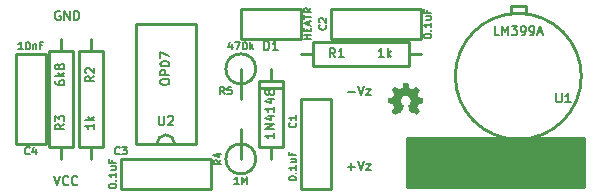
<source format=gto>
G04 (created by PCBNEW (2013-07-07 BZR 4022)-stable) date Sat 06 Aug 2022 08:08:16 PM CDT*
%MOIN*%
G04 Gerber Fmt 3.4, Leading zero omitted, Abs format*
%FSLAX34Y34*%
G01*
G70*
G90*
G04 APERTURE LIST*
%ADD10C,0.00590551*%
%ADD11C,0.005*%
%ADD12C,0.006*%
%ADD13C,0.01*%
%ADD14C,0.0001*%
G04 APERTURE END LIST*
G54D10*
G54D11*
X74351Y-54511D02*
X74101Y-54511D01*
X74220Y-54511D02*
X74220Y-54369D01*
X74351Y-54369D02*
X74101Y-54369D01*
X74220Y-54250D02*
X74220Y-54166D01*
X74351Y-54130D02*
X74351Y-54250D01*
X74101Y-54250D01*
X74101Y-54130D01*
X74279Y-54035D02*
X74279Y-53916D01*
X74351Y-54059D02*
X74101Y-53976D01*
X74351Y-53892D01*
X74101Y-53845D02*
X74101Y-53702D01*
X74351Y-53773D02*
X74101Y-53773D01*
X74351Y-53476D02*
X74232Y-53559D01*
X74351Y-53619D02*
X74101Y-53619D01*
X74101Y-53523D01*
X74113Y-53500D01*
X74125Y-53488D01*
X74148Y-53476D01*
X74184Y-53476D01*
X74208Y-53488D01*
X74220Y-53500D01*
X74232Y-53523D01*
X74232Y-53619D01*
G54D12*
X75571Y-58757D02*
X75800Y-58757D01*
X75685Y-58871D02*
X75685Y-58642D01*
X75900Y-58571D02*
X76000Y-58871D01*
X76100Y-58571D01*
X76171Y-58671D02*
X76328Y-58671D01*
X76171Y-58871D01*
X76328Y-58871D01*
X75571Y-56257D02*
X75800Y-56257D01*
X75900Y-56071D02*
X76000Y-56371D01*
X76100Y-56071D01*
X76171Y-56171D02*
X76328Y-56171D01*
X76171Y-56371D01*
X76328Y-56371D01*
X65778Y-59071D02*
X65878Y-59371D01*
X65978Y-59071D01*
X66250Y-59342D02*
X66235Y-59357D01*
X66192Y-59371D01*
X66164Y-59371D01*
X66121Y-59357D01*
X66092Y-59328D01*
X66078Y-59300D01*
X66064Y-59242D01*
X66064Y-59200D01*
X66078Y-59142D01*
X66092Y-59114D01*
X66121Y-59085D01*
X66164Y-59071D01*
X66192Y-59071D01*
X66235Y-59085D01*
X66250Y-59100D01*
X66550Y-59342D02*
X66535Y-59357D01*
X66492Y-59371D01*
X66464Y-59371D01*
X66421Y-59357D01*
X66392Y-59328D01*
X66378Y-59300D01*
X66364Y-59242D01*
X66364Y-59200D01*
X66378Y-59142D01*
X66392Y-59114D01*
X66421Y-59085D01*
X66464Y-59071D01*
X66492Y-59071D01*
X66535Y-59085D01*
X66550Y-59100D01*
X65978Y-53585D02*
X65950Y-53571D01*
X65907Y-53571D01*
X65864Y-53585D01*
X65835Y-53614D01*
X65821Y-53642D01*
X65807Y-53700D01*
X65807Y-53742D01*
X65821Y-53800D01*
X65835Y-53828D01*
X65864Y-53857D01*
X65907Y-53871D01*
X65935Y-53871D01*
X65978Y-53857D01*
X65992Y-53842D01*
X65992Y-53742D01*
X65935Y-53742D01*
X66121Y-53871D02*
X66121Y-53571D01*
X66292Y-53871D01*
X66292Y-53571D01*
X66435Y-53871D02*
X66435Y-53571D01*
X66507Y-53571D01*
X66550Y-53585D01*
X66578Y-53614D01*
X66592Y-53642D01*
X66607Y-53700D01*
X66607Y-53742D01*
X66592Y-53800D01*
X66578Y-53828D01*
X66550Y-53857D01*
X66507Y-53871D01*
X66435Y-53871D01*
G54D13*
X81500Y-53400D02*
X81500Y-53650D01*
X81000Y-53400D02*
X81000Y-53650D01*
X81000Y-53400D02*
X81500Y-53400D01*
X83350Y-55750D02*
G75*
G03X83350Y-55750I-2100J0D01*
G74*
G01*
X67000Y-54500D02*
X67000Y-54900D01*
X67000Y-54900D02*
X67400Y-54900D01*
X67400Y-54900D02*
X67400Y-58100D01*
X67400Y-58100D02*
X66600Y-58100D01*
X66600Y-58100D02*
X66600Y-54900D01*
X66600Y-54900D02*
X67000Y-54900D01*
X67000Y-58500D02*
X67000Y-58100D01*
X66000Y-58500D02*
X66000Y-58100D01*
X66000Y-58100D02*
X65600Y-58100D01*
X65600Y-58100D02*
X65600Y-54900D01*
X65600Y-54900D02*
X66400Y-54900D01*
X66400Y-54900D02*
X66400Y-58100D01*
X66400Y-58100D02*
X66000Y-58100D01*
X66000Y-54500D02*
X66000Y-54900D01*
X74000Y-55000D02*
X74400Y-55000D01*
X74400Y-55000D02*
X74400Y-54600D01*
X74400Y-54600D02*
X77600Y-54600D01*
X77600Y-54600D02*
X77600Y-55400D01*
X77600Y-55400D02*
X74400Y-55400D01*
X74400Y-55400D02*
X74400Y-55000D01*
X78000Y-55000D02*
X77600Y-55000D01*
X69500Y-57700D02*
G75*
G03X69200Y-58000I0J-300D01*
G74*
G01*
X69800Y-58000D02*
G75*
G03X69500Y-57700I-300J0D01*
G74*
G01*
X68500Y-58000D02*
X68500Y-54000D01*
X68500Y-54000D02*
X70500Y-54000D01*
X70500Y-54000D02*
X70500Y-58000D01*
X70500Y-58000D02*
X68500Y-58000D01*
X74000Y-56500D02*
X75000Y-56500D01*
X74000Y-59500D02*
X75000Y-59500D01*
X75000Y-59500D02*
X75000Y-56500D01*
X74000Y-59500D02*
X74000Y-56500D01*
X64500Y-55000D02*
X65500Y-55000D01*
X64500Y-58000D02*
X65500Y-58000D01*
X65500Y-58000D02*
X65500Y-55000D01*
X64500Y-58000D02*
X64500Y-55000D01*
X71000Y-58500D02*
X71000Y-59500D01*
X68000Y-58500D02*
X68000Y-59500D01*
X68000Y-59500D02*
X71000Y-59500D01*
X68000Y-58500D02*
X71000Y-58500D01*
X78000Y-53500D02*
X78000Y-54500D01*
X75000Y-53500D02*
X75000Y-54500D01*
X75000Y-54500D02*
X78000Y-54500D01*
X75000Y-53500D02*
X78000Y-53500D01*
X72000Y-53500D02*
X74000Y-53500D01*
X74000Y-53500D02*
X74000Y-54500D01*
X74000Y-54500D02*
X72000Y-54500D01*
X72000Y-54500D02*
X72000Y-53500D01*
X72500Y-55500D02*
G75*
G03X72500Y-55500I-500J0D01*
G74*
G01*
X72000Y-55500D02*
X72000Y-56500D01*
X73000Y-58100D02*
X73000Y-58500D01*
X73000Y-55900D02*
X73000Y-55500D01*
X73400Y-58100D02*
X73400Y-55900D01*
X72600Y-55900D02*
X72600Y-58100D01*
X72600Y-56150D02*
X73400Y-56150D01*
X73000Y-55900D02*
X72600Y-55900D01*
X72600Y-58100D02*
X73000Y-58100D01*
X73000Y-58100D02*
X73400Y-58100D01*
X73400Y-55900D02*
X73000Y-55900D01*
X72500Y-58500D02*
G75*
G03X72500Y-58500I-500J0D01*
G74*
G01*
X72000Y-58500D02*
X72000Y-57500D01*
G54D14*
G36*
X77142Y-57030D02*
X77149Y-57027D01*
X77162Y-57018D01*
X77182Y-57005D01*
X77205Y-56990D01*
X77229Y-56974D01*
X77248Y-56961D01*
X77262Y-56952D01*
X77267Y-56949D01*
X77270Y-56950D01*
X77281Y-56956D01*
X77297Y-56964D01*
X77307Y-56969D01*
X77322Y-56975D01*
X77329Y-56977D01*
X77330Y-56975D01*
X77336Y-56963D01*
X77344Y-56944D01*
X77355Y-56918D01*
X77368Y-56888D01*
X77382Y-56856D01*
X77395Y-56823D01*
X77408Y-56792D01*
X77420Y-56763D01*
X77429Y-56740D01*
X77435Y-56724D01*
X77438Y-56717D01*
X77437Y-56716D01*
X77430Y-56709D01*
X77417Y-56699D01*
X77389Y-56676D01*
X77361Y-56642D01*
X77344Y-56603D01*
X77339Y-56559D01*
X77343Y-56519D01*
X77359Y-56481D01*
X77386Y-56446D01*
X77419Y-56420D01*
X77457Y-56404D01*
X77500Y-56399D01*
X77541Y-56403D01*
X77580Y-56419D01*
X77615Y-56445D01*
X77630Y-56462D01*
X77650Y-56498D01*
X77662Y-56535D01*
X77663Y-56544D01*
X77661Y-56586D01*
X77649Y-56626D01*
X77627Y-56661D01*
X77597Y-56690D01*
X77593Y-56693D01*
X77579Y-56704D01*
X77569Y-56711D01*
X77562Y-56717D01*
X77615Y-56844D01*
X77623Y-56864D01*
X77638Y-56899D01*
X77650Y-56929D01*
X77661Y-56953D01*
X77668Y-56969D01*
X77671Y-56975D01*
X77671Y-56975D01*
X77676Y-56976D01*
X77685Y-56973D01*
X77703Y-56964D01*
X77715Y-56958D01*
X77728Y-56952D01*
X77734Y-56949D01*
X77740Y-56952D01*
X77753Y-56960D01*
X77771Y-56973D01*
X77794Y-56988D01*
X77816Y-57003D01*
X77836Y-57016D01*
X77850Y-57026D01*
X77857Y-57029D01*
X77858Y-57029D01*
X77865Y-57026D01*
X77876Y-57016D01*
X77893Y-57000D01*
X77918Y-56976D01*
X77922Y-56972D01*
X77942Y-56952D01*
X77958Y-56934D01*
X77969Y-56922D01*
X77973Y-56917D01*
X77973Y-56917D01*
X77969Y-56910D01*
X77960Y-56895D01*
X77947Y-56875D01*
X77931Y-56851D01*
X77889Y-56790D01*
X77912Y-56733D01*
X77919Y-56715D01*
X77928Y-56693D01*
X77935Y-56678D01*
X77938Y-56671D01*
X77945Y-56669D01*
X77960Y-56665D01*
X77983Y-56661D01*
X78011Y-56656D01*
X78037Y-56651D01*
X78060Y-56646D01*
X78077Y-56643D01*
X78085Y-56642D01*
X78087Y-56640D01*
X78088Y-56637D01*
X78089Y-56629D01*
X78090Y-56614D01*
X78090Y-56592D01*
X78090Y-56559D01*
X78090Y-56556D01*
X78090Y-56525D01*
X78089Y-56500D01*
X78088Y-56485D01*
X78087Y-56478D01*
X78087Y-56478D01*
X78080Y-56476D01*
X78063Y-56473D01*
X78040Y-56468D01*
X78012Y-56463D01*
X78010Y-56463D01*
X77982Y-56457D01*
X77959Y-56452D01*
X77942Y-56449D01*
X77935Y-56446D01*
X77934Y-56444D01*
X77928Y-56433D01*
X77920Y-56416D01*
X77911Y-56395D01*
X77902Y-56373D01*
X77894Y-56353D01*
X77889Y-56339D01*
X77887Y-56332D01*
X77887Y-56332D01*
X77891Y-56325D01*
X77901Y-56311D01*
X77915Y-56291D01*
X77931Y-56267D01*
X77932Y-56265D01*
X77948Y-56241D01*
X77961Y-56221D01*
X77970Y-56207D01*
X77973Y-56201D01*
X77973Y-56200D01*
X77968Y-56193D01*
X77956Y-56180D01*
X77938Y-56162D01*
X77918Y-56141D01*
X77911Y-56135D01*
X77888Y-56112D01*
X77872Y-56098D01*
X77862Y-56090D01*
X77858Y-56088D01*
X77857Y-56088D01*
X77850Y-56092D01*
X77835Y-56102D01*
X77815Y-56116D01*
X77791Y-56132D01*
X77790Y-56133D01*
X77766Y-56149D01*
X77746Y-56163D01*
X77732Y-56172D01*
X77726Y-56175D01*
X77725Y-56175D01*
X77716Y-56173D01*
X77699Y-56167D01*
X77678Y-56159D01*
X77656Y-56150D01*
X77636Y-56142D01*
X77622Y-56135D01*
X77615Y-56131D01*
X77614Y-56131D01*
X77612Y-56122D01*
X77608Y-56104D01*
X77603Y-56080D01*
X77597Y-56051D01*
X77596Y-56047D01*
X77591Y-56018D01*
X77587Y-55995D01*
X77583Y-55979D01*
X77582Y-55972D01*
X77578Y-55972D01*
X77564Y-55971D01*
X77543Y-55970D01*
X77517Y-55970D01*
X77491Y-55970D01*
X77465Y-55970D01*
X77443Y-55971D01*
X77427Y-55972D01*
X77420Y-55974D01*
X77420Y-55974D01*
X77418Y-55983D01*
X77414Y-56000D01*
X77409Y-56025D01*
X77403Y-56054D01*
X77402Y-56059D01*
X77397Y-56087D01*
X77392Y-56110D01*
X77389Y-56126D01*
X77387Y-56132D01*
X77385Y-56133D01*
X77373Y-56139D01*
X77354Y-56146D01*
X77331Y-56156D01*
X77277Y-56178D01*
X77211Y-56132D01*
X77205Y-56128D01*
X77181Y-56112D01*
X77161Y-56099D01*
X77147Y-56090D01*
X77142Y-56087D01*
X77141Y-56087D01*
X77135Y-56093D01*
X77122Y-56105D01*
X77104Y-56123D01*
X77083Y-56143D01*
X77067Y-56159D01*
X77049Y-56177D01*
X77038Y-56190D01*
X77031Y-56198D01*
X77029Y-56203D01*
X77030Y-56206D01*
X77034Y-56213D01*
X77044Y-56227D01*
X77057Y-56248D01*
X77073Y-56271D01*
X77087Y-56291D01*
X77101Y-56313D01*
X77110Y-56329D01*
X77114Y-56336D01*
X77113Y-56340D01*
X77108Y-56353D01*
X77100Y-56372D01*
X77090Y-56396D01*
X77067Y-56448D01*
X77033Y-56455D01*
X77012Y-56459D01*
X76983Y-56464D01*
X76955Y-56470D01*
X76911Y-56478D01*
X76910Y-56637D01*
X76917Y-56640D01*
X76923Y-56642D01*
X76939Y-56646D01*
X76962Y-56650D01*
X76989Y-56655D01*
X77013Y-56660D01*
X77036Y-56664D01*
X77053Y-56667D01*
X77060Y-56669D01*
X77062Y-56671D01*
X77068Y-56683D01*
X77076Y-56701D01*
X77085Y-56722D01*
X77095Y-56745D01*
X77103Y-56765D01*
X77109Y-56781D01*
X77111Y-56789D01*
X77108Y-56795D01*
X77099Y-56809D01*
X77086Y-56829D01*
X77070Y-56852D01*
X77054Y-56875D01*
X77041Y-56895D01*
X77031Y-56909D01*
X77028Y-56916D01*
X77030Y-56920D01*
X77039Y-56931D01*
X77056Y-56949D01*
X77082Y-56975D01*
X77087Y-56979D01*
X77107Y-56999D01*
X77125Y-57015D01*
X77137Y-57026D01*
X77142Y-57030D01*
X77142Y-57030D01*
G37*
G54D12*
X82521Y-56321D02*
X82521Y-56564D01*
X82535Y-56592D01*
X82550Y-56607D01*
X82578Y-56621D01*
X82635Y-56621D01*
X82664Y-56607D01*
X82678Y-56592D01*
X82692Y-56564D01*
X82692Y-56321D01*
X82992Y-56621D02*
X82821Y-56621D01*
X82907Y-56621D02*
X82907Y-56321D01*
X82878Y-56364D01*
X82850Y-56392D01*
X82821Y-56407D01*
X80614Y-54371D02*
X80471Y-54371D01*
X80471Y-54071D01*
X80714Y-54371D02*
X80714Y-54071D01*
X80814Y-54285D01*
X80914Y-54071D01*
X80914Y-54371D01*
X81028Y-54071D02*
X81214Y-54071D01*
X81114Y-54185D01*
X81157Y-54185D01*
X81185Y-54200D01*
X81200Y-54214D01*
X81214Y-54242D01*
X81214Y-54314D01*
X81200Y-54342D01*
X81185Y-54357D01*
X81157Y-54371D01*
X81071Y-54371D01*
X81042Y-54357D01*
X81028Y-54342D01*
X81357Y-54371D02*
X81414Y-54371D01*
X81442Y-54357D01*
X81457Y-54342D01*
X81485Y-54300D01*
X81500Y-54242D01*
X81500Y-54128D01*
X81485Y-54100D01*
X81471Y-54085D01*
X81442Y-54071D01*
X81385Y-54071D01*
X81357Y-54085D01*
X81342Y-54100D01*
X81328Y-54128D01*
X81328Y-54200D01*
X81342Y-54228D01*
X81357Y-54242D01*
X81385Y-54257D01*
X81442Y-54257D01*
X81471Y-54242D01*
X81485Y-54228D01*
X81500Y-54200D01*
X81642Y-54371D02*
X81700Y-54371D01*
X81728Y-54357D01*
X81742Y-54342D01*
X81771Y-54300D01*
X81785Y-54242D01*
X81785Y-54128D01*
X81771Y-54100D01*
X81757Y-54085D01*
X81728Y-54071D01*
X81671Y-54071D01*
X81642Y-54085D01*
X81628Y-54100D01*
X81614Y-54128D01*
X81614Y-54200D01*
X81628Y-54228D01*
X81642Y-54242D01*
X81671Y-54257D01*
X81728Y-54257D01*
X81757Y-54242D01*
X81771Y-54228D01*
X81785Y-54200D01*
X81900Y-54285D02*
X82042Y-54285D01*
X81871Y-54371D02*
X81971Y-54071D01*
X82071Y-54371D01*
X67121Y-55750D02*
X66978Y-55850D01*
X67121Y-55921D02*
X66821Y-55921D01*
X66821Y-55807D01*
X66835Y-55778D01*
X66850Y-55764D01*
X66878Y-55750D01*
X66921Y-55750D01*
X66950Y-55764D01*
X66964Y-55778D01*
X66978Y-55807D01*
X66978Y-55921D01*
X66850Y-55635D02*
X66835Y-55621D01*
X66821Y-55592D01*
X66821Y-55521D01*
X66835Y-55492D01*
X66850Y-55478D01*
X66878Y-55464D01*
X66907Y-55464D01*
X66950Y-55478D01*
X67121Y-55650D01*
X67121Y-55464D01*
X67121Y-57335D02*
X67121Y-57507D01*
X67121Y-57421D02*
X66821Y-57421D01*
X66864Y-57449D01*
X66892Y-57478D01*
X66907Y-57507D01*
X67121Y-57207D02*
X66821Y-57207D01*
X67007Y-57178D02*
X67121Y-57092D01*
X66921Y-57092D02*
X67035Y-57207D01*
X66121Y-57350D02*
X65978Y-57450D01*
X66121Y-57521D02*
X65821Y-57521D01*
X65821Y-57407D01*
X65835Y-57378D01*
X65850Y-57364D01*
X65878Y-57350D01*
X65921Y-57350D01*
X65950Y-57364D01*
X65964Y-57378D01*
X65978Y-57407D01*
X65978Y-57521D01*
X65821Y-57250D02*
X65821Y-57064D01*
X65935Y-57164D01*
X65935Y-57121D01*
X65950Y-57092D01*
X65964Y-57078D01*
X65992Y-57064D01*
X66064Y-57064D01*
X66092Y-57078D01*
X66107Y-57092D01*
X66121Y-57121D01*
X66121Y-57207D01*
X66107Y-57235D01*
X66092Y-57250D01*
X65821Y-55907D02*
X65821Y-55964D01*
X65835Y-55992D01*
X65850Y-56007D01*
X65892Y-56035D01*
X65950Y-56049D01*
X66064Y-56049D01*
X66092Y-56035D01*
X66107Y-56021D01*
X66121Y-55992D01*
X66121Y-55935D01*
X66107Y-55907D01*
X66092Y-55892D01*
X66064Y-55878D01*
X65992Y-55878D01*
X65964Y-55892D01*
X65950Y-55907D01*
X65935Y-55935D01*
X65935Y-55992D01*
X65950Y-56021D01*
X65964Y-56035D01*
X65992Y-56049D01*
X66121Y-55749D02*
X65821Y-55749D01*
X66007Y-55721D02*
X66121Y-55635D01*
X65921Y-55635D02*
X66035Y-55749D01*
X65950Y-55464D02*
X65935Y-55492D01*
X65921Y-55507D01*
X65892Y-55521D01*
X65878Y-55521D01*
X65850Y-55507D01*
X65835Y-55492D01*
X65821Y-55464D01*
X65821Y-55407D01*
X65835Y-55378D01*
X65850Y-55364D01*
X65878Y-55350D01*
X65892Y-55350D01*
X65921Y-55364D01*
X65935Y-55378D01*
X65950Y-55407D01*
X65950Y-55464D01*
X65964Y-55492D01*
X65978Y-55507D01*
X66007Y-55521D01*
X66064Y-55521D01*
X66092Y-55507D01*
X66107Y-55492D01*
X66121Y-55464D01*
X66121Y-55407D01*
X66107Y-55378D01*
X66092Y-55364D01*
X66064Y-55350D01*
X66007Y-55350D01*
X65978Y-55364D01*
X65964Y-55378D01*
X65950Y-55407D01*
X75150Y-55121D02*
X75050Y-54978D01*
X74978Y-55121D02*
X74978Y-54821D01*
X75092Y-54821D01*
X75121Y-54835D01*
X75135Y-54850D01*
X75150Y-54878D01*
X75150Y-54921D01*
X75135Y-54950D01*
X75121Y-54964D01*
X75092Y-54978D01*
X74978Y-54978D01*
X75435Y-55121D02*
X75264Y-55121D01*
X75350Y-55121D02*
X75350Y-54821D01*
X75321Y-54864D01*
X75292Y-54892D01*
X75264Y-54907D01*
X76764Y-55121D02*
X76592Y-55121D01*
X76678Y-55121D02*
X76678Y-54821D01*
X76650Y-54864D01*
X76621Y-54892D01*
X76592Y-54907D01*
X76892Y-55121D02*
X76892Y-54821D01*
X76921Y-55007D02*
X77007Y-55121D01*
X77007Y-54921D02*
X76892Y-55035D01*
X69271Y-57071D02*
X69271Y-57314D01*
X69285Y-57342D01*
X69300Y-57357D01*
X69328Y-57371D01*
X69385Y-57371D01*
X69414Y-57357D01*
X69428Y-57342D01*
X69442Y-57314D01*
X69442Y-57071D01*
X69571Y-57100D02*
X69585Y-57085D01*
X69614Y-57071D01*
X69685Y-57071D01*
X69714Y-57085D01*
X69728Y-57100D01*
X69742Y-57128D01*
X69742Y-57157D01*
X69728Y-57200D01*
X69557Y-57371D01*
X69742Y-57371D01*
X69321Y-55964D02*
X69321Y-55907D01*
X69335Y-55878D01*
X69364Y-55850D01*
X69421Y-55835D01*
X69521Y-55835D01*
X69578Y-55850D01*
X69607Y-55878D01*
X69621Y-55907D01*
X69621Y-55964D01*
X69607Y-55992D01*
X69578Y-56021D01*
X69521Y-56035D01*
X69421Y-56035D01*
X69364Y-56021D01*
X69335Y-55992D01*
X69321Y-55964D01*
X69621Y-55707D02*
X69321Y-55707D01*
X69321Y-55592D01*
X69335Y-55564D01*
X69350Y-55550D01*
X69378Y-55535D01*
X69421Y-55535D01*
X69450Y-55550D01*
X69464Y-55564D01*
X69478Y-55592D01*
X69478Y-55707D01*
X69321Y-55350D02*
X69321Y-55321D01*
X69335Y-55292D01*
X69350Y-55278D01*
X69378Y-55264D01*
X69435Y-55250D01*
X69507Y-55250D01*
X69564Y-55264D01*
X69592Y-55278D01*
X69607Y-55292D01*
X69621Y-55321D01*
X69621Y-55350D01*
X69607Y-55378D01*
X69592Y-55392D01*
X69564Y-55407D01*
X69507Y-55421D01*
X69435Y-55421D01*
X69378Y-55407D01*
X69350Y-55392D01*
X69335Y-55378D01*
X69321Y-55350D01*
X69321Y-55150D02*
X69321Y-54950D01*
X69621Y-55078D01*
G54D11*
X73827Y-57291D02*
X73839Y-57303D01*
X73851Y-57339D01*
X73851Y-57363D01*
X73839Y-57398D01*
X73815Y-57422D01*
X73791Y-57434D01*
X73744Y-57446D01*
X73708Y-57446D01*
X73660Y-57434D01*
X73636Y-57422D01*
X73613Y-57398D01*
X73601Y-57363D01*
X73601Y-57339D01*
X73613Y-57303D01*
X73625Y-57291D01*
X73851Y-57053D02*
X73851Y-57196D01*
X73851Y-57125D02*
X73601Y-57125D01*
X73636Y-57148D01*
X73660Y-57172D01*
X73672Y-57196D01*
X73601Y-59160D02*
X73601Y-59136D01*
X73613Y-59113D01*
X73625Y-59101D01*
X73648Y-59089D01*
X73696Y-59077D01*
X73755Y-59077D01*
X73803Y-59089D01*
X73827Y-59101D01*
X73839Y-59113D01*
X73851Y-59136D01*
X73851Y-59160D01*
X73839Y-59184D01*
X73827Y-59196D01*
X73803Y-59208D01*
X73755Y-59220D01*
X73696Y-59220D01*
X73648Y-59208D01*
X73625Y-59196D01*
X73613Y-59184D01*
X73601Y-59160D01*
X73827Y-58970D02*
X73839Y-58958D01*
X73851Y-58970D01*
X73839Y-58982D01*
X73827Y-58970D01*
X73851Y-58970D01*
X73851Y-58720D02*
X73851Y-58863D01*
X73851Y-58791D02*
X73601Y-58791D01*
X73636Y-58815D01*
X73660Y-58839D01*
X73672Y-58863D01*
X73684Y-58505D02*
X73851Y-58505D01*
X73684Y-58613D02*
X73815Y-58613D01*
X73839Y-58601D01*
X73851Y-58577D01*
X73851Y-58541D01*
X73839Y-58517D01*
X73827Y-58505D01*
X73720Y-58303D02*
X73720Y-58386D01*
X73851Y-58386D02*
X73601Y-58386D01*
X73601Y-58267D01*
X64958Y-58327D02*
X64946Y-58339D01*
X64910Y-58351D01*
X64886Y-58351D01*
X64851Y-58339D01*
X64827Y-58315D01*
X64815Y-58291D01*
X64803Y-58244D01*
X64803Y-58208D01*
X64815Y-58160D01*
X64827Y-58136D01*
X64851Y-58113D01*
X64886Y-58101D01*
X64910Y-58101D01*
X64946Y-58113D01*
X64958Y-58125D01*
X65172Y-58184D02*
X65172Y-58351D01*
X65113Y-58089D02*
X65053Y-58267D01*
X65208Y-58267D01*
X64732Y-54851D02*
X64589Y-54851D01*
X64660Y-54851D02*
X64660Y-54601D01*
X64636Y-54636D01*
X64613Y-54660D01*
X64589Y-54672D01*
X64886Y-54601D02*
X64910Y-54601D01*
X64934Y-54613D01*
X64946Y-54625D01*
X64958Y-54648D01*
X64970Y-54696D01*
X64970Y-54755D01*
X64958Y-54803D01*
X64946Y-54827D01*
X64934Y-54839D01*
X64910Y-54851D01*
X64886Y-54851D01*
X64863Y-54839D01*
X64851Y-54827D01*
X64839Y-54803D01*
X64827Y-54755D01*
X64827Y-54696D01*
X64839Y-54648D01*
X64851Y-54625D01*
X64863Y-54613D01*
X64886Y-54601D01*
X65077Y-54684D02*
X65077Y-54851D01*
X65077Y-54708D02*
X65089Y-54696D01*
X65113Y-54684D01*
X65148Y-54684D01*
X65172Y-54696D01*
X65184Y-54720D01*
X65184Y-54851D01*
X65386Y-54720D02*
X65303Y-54720D01*
X65303Y-54851D02*
X65303Y-54601D01*
X65422Y-54601D01*
X67958Y-58327D02*
X67946Y-58339D01*
X67910Y-58351D01*
X67886Y-58351D01*
X67851Y-58339D01*
X67827Y-58315D01*
X67815Y-58291D01*
X67803Y-58244D01*
X67803Y-58208D01*
X67815Y-58160D01*
X67827Y-58136D01*
X67851Y-58113D01*
X67886Y-58101D01*
X67910Y-58101D01*
X67946Y-58113D01*
X67958Y-58125D01*
X68041Y-58101D02*
X68196Y-58101D01*
X68113Y-58196D01*
X68148Y-58196D01*
X68172Y-58208D01*
X68184Y-58220D01*
X68196Y-58244D01*
X68196Y-58303D01*
X68184Y-58327D01*
X68172Y-58339D01*
X68148Y-58351D01*
X68077Y-58351D01*
X68053Y-58339D01*
X68041Y-58327D01*
X67601Y-59410D02*
X67601Y-59386D01*
X67613Y-59363D01*
X67625Y-59351D01*
X67648Y-59339D01*
X67696Y-59327D01*
X67755Y-59327D01*
X67803Y-59339D01*
X67827Y-59351D01*
X67839Y-59363D01*
X67851Y-59386D01*
X67851Y-59410D01*
X67839Y-59434D01*
X67827Y-59446D01*
X67803Y-59458D01*
X67755Y-59470D01*
X67696Y-59470D01*
X67648Y-59458D01*
X67625Y-59446D01*
X67613Y-59434D01*
X67601Y-59410D01*
X67827Y-59220D02*
X67839Y-59208D01*
X67851Y-59220D01*
X67839Y-59232D01*
X67827Y-59220D01*
X67851Y-59220D01*
X67851Y-58970D02*
X67851Y-59113D01*
X67851Y-59041D02*
X67601Y-59041D01*
X67636Y-59065D01*
X67660Y-59089D01*
X67672Y-59113D01*
X67684Y-58755D02*
X67851Y-58755D01*
X67684Y-58863D02*
X67815Y-58863D01*
X67839Y-58851D01*
X67851Y-58827D01*
X67851Y-58791D01*
X67839Y-58767D01*
X67827Y-58755D01*
X67720Y-58553D02*
X67720Y-58636D01*
X67851Y-58636D02*
X67601Y-58636D01*
X67601Y-58517D01*
X74827Y-54041D02*
X74839Y-54053D01*
X74851Y-54089D01*
X74851Y-54113D01*
X74839Y-54148D01*
X74815Y-54172D01*
X74791Y-54184D01*
X74744Y-54196D01*
X74708Y-54196D01*
X74660Y-54184D01*
X74636Y-54172D01*
X74613Y-54148D01*
X74601Y-54113D01*
X74601Y-54089D01*
X74613Y-54053D01*
X74625Y-54041D01*
X74625Y-53946D02*
X74613Y-53934D01*
X74601Y-53910D01*
X74601Y-53851D01*
X74613Y-53827D01*
X74625Y-53815D01*
X74648Y-53803D01*
X74672Y-53803D01*
X74708Y-53815D01*
X74851Y-53958D01*
X74851Y-53803D01*
X78101Y-54410D02*
X78101Y-54386D01*
X78113Y-54363D01*
X78125Y-54351D01*
X78148Y-54339D01*
X78196Y-54327D01*
X78255Y-54327D01*
X78303Y-54339D01*
X78327Y-54351D01*
X78339Y-54363D01*
X78351Y-54386D01*
X78351Y-54410D01*
X78339Y-54434D01*
X78327Y-54446D01*
X78303Y-54458D01*
X78255Y-54470D01*
X78196Y-54470D01*
X78148Y-54458D01*
X78125Y-54446D01*
X78113Y-54434D01*
X78101Y-54410D01*
X78327Y-54220D02*
X78339Y-54208D01*
X78351Y-54220D01*
X78339Y-54232D01*
X78327Y-54220D01*
X78351Y-54220D01*
X78351Y-53970D02*
X78351Y-54113D01*
X78351Y-54041D02*
X78101Y-54041D01*
X78136Y-54065D01*
X78160Y-54089D01*
X78172Y-54113D01*
X78184Y-53755D02*
X78351Y-53755D01*
X78184Y-53863D02*
X78315Y-53863D01*
X78339Y-53851D01*
X78351Y-53827D01*
X78351Y-53791D01*
X78339Y-53767D01*
X78327Y-53755D01*
X78220Y-53553D02*
X78220Y-53636D01*
X78351Y-53636D02*
X78101Y-53636D01*
X78101Y-53517D01*
X71458Y-56351D02*
X71375Y-56232D01*
X71315Y-56351D02*
X71315Y-56101D01*
X71410Y-56101D01*
X71434Y-56113D01*
X71446Y-56125D01*
X71458Y-56148D01*
X71458Y-56184D01*
X71446Y-56208D01*
X71434Y-56220D01*
X71410Y-56232D01*
X71315Y-56232D01*
X71684Y-56101D02*
X71565Y-56101D01*
X71553Y-56220D01*
X71565Y-56208D01*
X71589Y-56196D01*
X71648Y-56196D01*
X71672Y-56208D01*
X71684Y-56220D01*
X71696Y-56244D01*
X71696Y-56303D01*
X71684Y-56327D01*
X71672Y-56339D01*
X71648Y-56351D01*
X71589Y-56351D01*
X71565Y-56339D01*
X71553Y-56327D01*
X71708Y-54684D02*
X71708Y-54851D01*
X71648Y-54589D02*
X71589Y-54767D01*
X71744Y-54767D01*
X71815Y-54601D02*
X71982Y-54601D01*
X71875Y-54851D01*
X72125Y-54601D02*
X72148Y-54601D01*
X72172Y-54613D01*
X72184Y-54625D01*
X72196Y-54648D01*
X72208Y-54696D01*
X72208Y-54755D01*
X72196Y-54803D01*
X72184Y-54827D01*
X72172Y-54839D01*
X72148Y-54851D01*
X72125Y-54851D01*
X72101Y-54839D01*
X72089Y-54827D01*
X72077Y-54803D01*
X72065Y-54755D01*
X72065Y-54696D01*
X72077Y-54648D01*
X72089Y-54625D01*
X72101Y-54613D01*
X72125Y-54601D01*
X72315Y-54851D02*
X72315Y-54601D01*
X72339Y-54755D02*
X72410Y-54851D01*
X72410Y-54684D02*
X72315Y-54779D01*
G54D12*
X72778Y-54871D02*
X72778Y-54571D01*
X72850Y-54571D01*
X72892Y-54585D01*
X72921Y-54614D01*
X72935Y-54642D01*
X72950Y-54700D01*
X72950Y-54742D01*
X72935Y-54800D01*
X72921Y-54828D01*
X72892Y-54857D01*
X72850Y-54871D01*
X72778Y-54871D01*
X73235Y-54871D02*
X73064Y-54871D01*
X73150Y-54871D02*
X73150Y-54571D01*
X73121Y-54614D01*
X73092Y-54642D01*
X73064Y-54657D01*
X73121Y-57642D02*
X73121Y-57814D01*
X73121Y-57728D02*
X72821Y-57728D01*
X72864Y-57757D01*
X72892Y-57785D01*
X72907Y-57814D01*
X73121Y-57514D02*
X72821Y-57514D01*
X73121Y-57342D01*
X72821Y-57342D01*
X72921Y-57071D02*
X73121Y-57071D01*
X72807Y-57142D02*
X73021Y-57214D01*
X73021Y-57028D01*
X73121Y-56757D02*
X73121Y-56928D01*
X73121Y-56842D02*
X72821Y-56842D01*
X72864Y-56871D01*
X72892Y-56900D01*
X72907Y-56928D01*
X72921Y-56500D02*
X73121Y-56500D01*
X72807Y-56571D02*
X73021Y-56642D01*
X73021Y-56457D01*
X72950Y-56300D02*
X72935Y-56328D01*
X72921Y-56342D01*
X72892Y-56357D01*
X72878Y-56357D01*
X72850Y-56342D01*
X72835Y-56328D01*
X72821Y-56300D01*
X72821Y-56242D01*
X72835Y-56214D01*
X72850Y-56200D01*
X72878Y-56185D01*
X72892Y-56185D01*
X72921Y-56200D01*
X72935Y-56214D01*
X72950Y-56242D01*
X72950Y-56300D01*
X72964Y-56328D01*
X72978Y-56342D01*
X73007Y-56357D01*
X73064Y-56357D01*
X73092Y-56342D01*
X73107Y-56328D01*
X73121Y-56300D01*
X73121Y-56242D01*
X73107Y-56214D01*
X73092Y-56200D01*
X73064Y-56185D01*
X73007Y-56185D01*
X72978Y-56200D01*
X72964Y-56214D01*
X72950Y-56242D01*
G54D11*
X71351Y-58541D02*
X71232Y-58625D01*
X71351Y-58684D02*
X71101Y-58684D01*
X71101Y-58589D01*
X71113Y-58565D01*
X71125Y-58553D01*
X71148Y-58541D01*
X71184Y-58541D01*
X71208Y-58553D01*
X71220Y-58565D01*
X71232Y-58589D01*
X71232Y-58684D01*
X71184Y-58327D02*
X71351Y-58327D01*
X71089Y-58386D02*
X71267Y-58446D01*
X71267Y-58291D01*
X71928Y-59351D02*
X71785Y-59351D01*
X71857Y-59351D02*
X71857Y-59101D01*
X71833Y-59136D01*
X71809Y-59160D01*
X71785Y-59172D01*
X72035Y-59351D02*
X72035Y-59101D01*
X72119Y-59279D01*
X72202Y-59101D01*
X72202Y-59351D01*
G54D10*
G36*
X83450Y-59450D02*
X77550Y-59450D01*
X77550Y-57800D01*
X83450Y-57800D01*
X83450Y-59450D01*
X83450Y-59450D01*
G37*
G54D13*
X83450Y-59450D02*
X77550Y-59450D01*
X77550Y-57800D01*
X83450Y-57800D01*
X83450Y-59450D01*
M02*

</source>
